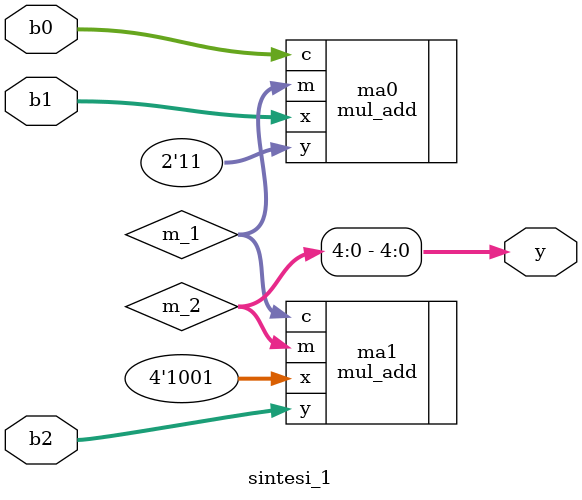
<source format=v>
module sintesi_1(
    b2, b1, b0,
    y
);

    input [1:0] b2, b1, b0;
    output [4:0] y;

    wire [3:0] m_1;
    mul_add #( .N(2), .M(2) ) ma0(
        .x(b1), .y(2'b11), .c(b0),
        .m(m_1)
    );

    wire [5:0] m_2;
    mul_add #( .N(4), .M(2) ) ma1(
        .x(4'b1001), .y(b2), .c(m_1),
        .m(m_2)
    );

    assign y = m_2[4:0];

endmodule
</source>
